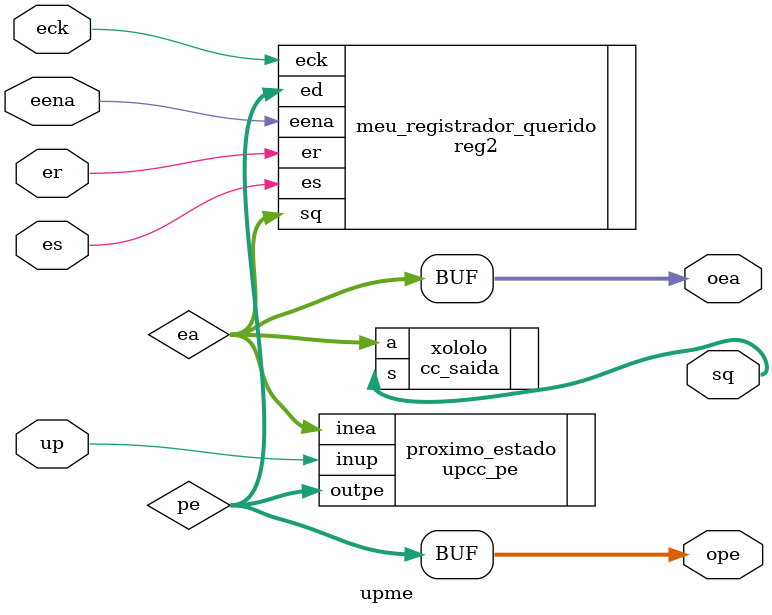
<source format=v>
module upme (
input   up,
input	eck,
input	er,
input	es,
input   eena,

output [3:0] sq,
output [1:0] oea,
output [1:0] ope);

wire [1:0] ea;
wire [1:0] pe;

buf(oea[1], ea[1]);
buf(oea[0], ea[0]);
buf(ope[1], pe[1]);
buf(ope[0], pe[0]);


upcc_pe proximo_estado (.inup(up), .inea(ea), .outpe(pe));

reg2 meu_registrador_querido (.ed(pe), .eck(eck), .er(er), 
.es(es), .eena(eena), .sq(ea));

cc_saida xololo (.a(ea), .s(sq));
    

endmodule


</source>
